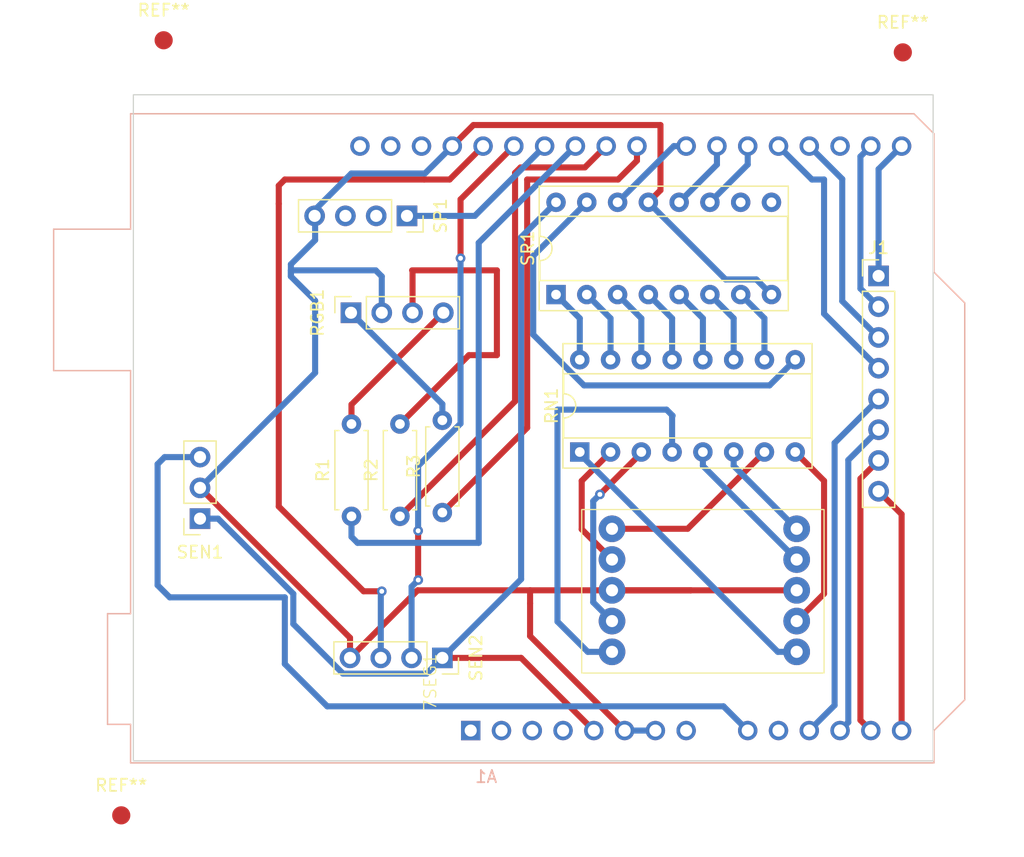
<source format=kicad_pcb>
(kicad_pcb (version 20240108) (generator "pcbnew") (generator_version "8.0")
  (layers (0 "F.Cu" signal) (31 "B.Cu" signal) (34 "B.Paste" user) (35 "F.Paste" user) (36 "B.SilkS" user "B.Silkscreen") (37 "F.SilkS" user "F.Silkscreen") (38 "B.Mask" user) (39 "F.Mask" user) (44 "Edge.Cuts" user))
  (net 0 "")
  (net 1 "/F")
  (net 2 "/A")
  (net 3 "/E")
  (net 4 "/DP")
  (net 5 "/B")
  (net 6 "GND")
  (net 7 "/C")
  (net 8 "/G")
  (net 9 "/D")
  (net 10 "/A5")
  (net 11 "/D6")
  (net 12 "/A0")
  (net 13 "/PWM10")
  (net 15 "/A4")
  (net 16 "/D13")
  (net 17 "/PWM9")
  (net 18 "/D5")
  (net 19 "/A1")
  (net 23 "/PWM11")
  (net 25 "/A3")
  (net 27 "/D12")
  (net 28 "/D4")
  (net 29 "/D3")
  (net 30 "/D0")
  (net 31 "/PWM8")
  (net 32 "/D1")
  (net 34 "/A2")
  (net 35 "/D2")
  (net 37 "/5v")
  (net 38 "/D7")
  (net 39 "Net-(RGB1-Pin_4)")
  (net 40 "Net-(RGB1-Pin_3)")
  (net 41 "Net-(RGB1-Pin_1)")
  (net 42 "Net-(RN1-R4.2)")
  (net 43 "Net-(RN1-R3.2)")
  (net 44 "Net-(RN1-R1.2)")
  (net 45 "/10")
  (net 46 "/12")
  (net 47 "Net-(RN1-R2.2)")
  (net 48 "/11")
  (net 49 "Net-(RN1-R8.2)")
  (net 50 "unconnected-(SP1-Pin_2-Pad2)")
  (footprint "Connector_PinSocket_2.54mm:PinSocket_1x04_P2.54mm_Vertical" (layer "F.Cu") (at 128.08 58.5 -90)
    (property "Reference" "SP1" (at 0 -2.77 90) (layer "F.SilkS"))
    (property "Value" "Conn_01x04_Socket")
    (fp_line (start -1.33 8.95) (end 1.33 8.95) (stroke (width 0.12)) (layer "F.SilkS"))
    (fp_line (start -1.33 1.27) (end -1.33 8.95) (stroke (width 0.12)) (layer "F.SilkS"))
    (fp_line (start -1.33 1.27) (end 1.33 1.27) (stroke (width 0.12)) (layer "F.SilkS"))
    (fp_line (start 1.33 1.27) (end 1.33 8.95) (stroke (width 0.12)) (layer "F.SilkS"))
    (fp_line (start 0 -1.33) (end 1.33 -1.33) (stroke (width 0.12)) (layer "F.SilkS"))
    (fp_line (start 1.33 -1.33) (end 1.33 0) (stroke (width 0.12)) (layer "F.SilkS"))
    (pad "1" thru_hole rect (at 0 0 270) (size 1.7 1.7) (drill 1) (layers "*.Cu" "*.Mask") (net 23 "/PWM11"))
    (pad "2" thru_hole oval (at 0 2.54 270) (size 1.7 1.7) (drill 1) (layers "*.Cu" "*.Mask") (net 50 "unconnected-(SP1-Pin_2-Pad2)"))
    (pad "3" thru_hole oval (at 0 5.08 270) (size 1.7 1.7) (drill 1) (layers "*.Cu" "*.Mask"))
    (pad "4" thru_hole oval (at 0 7.62 270) (size 1.7 1.7) (drill 1) (layers "*.Cu" "*.Mask") (net 6 "GND"))
  )
  (footprint "Resistor_THT:R_Axial_DIN0207_L6.3mm_D2.5mm_P7.62mm_Horizontal" (layer "F.Cu") (at 123.5 83.31 90)
    (property "Reference" "R1" (at 3.81 -2.37 -90) (layer "F.SilkS"))
    (property "Value" "R")
    (fp_line (start 7.08 -1.37) (end 7.08 -1.04) (stroke (width 0.12)) (layer "F.SilkS"))
    (fp_line (start 0.54 -1.37) (end 7.08 -1.37) (stroke (width 0.12)) (layer "F.SilkS"))
    (fp_line (start 0.54 -1.04) (end 0.54 -1.37) (stroke (width 0.12)) (layer "F.SilkS"))
    (fp_line (start 0.54 1.04) (end 0.54 1.37) (stroke (width 0.12)) (layer "F.SilkS"))
    (fp_line (start 7.08 1.37) (end 7.08 1.04) (stroke (width 0.12)) (layer "F.SilkS"))
    (fp_line (start 0.54 1.37) (end 7.08 1.37) (stroke (width 0.12)) (layer "F.SilkS"))
    (pad "1" thru_hole circle (at 0 0 90) (size 1.6 1.6) (drill 0.8) (layers "*.Cu" "*.Mask") (net 13 "/PWM10"))
    (pad "2" thru_hole oval (at 7.62 0 90) (size 1.6 1.6) (drill 0.8) (layers "*.Cu" "*.Mask") (net 39 "Net-(RGB1-Pin_4)"))
  )
  (footprint "Resistor_THT:R_Axial_DIN0207_L6.3mm_D2.5mm_P7.62mm_Horizontal" (layer "F.Cu") (at 127.5 83.31 90)
    (property "Reference" "R2" (at 3.81 -2.37 -90) (layer "F.SilkS"))
    (property "Value" "R")
    (fp_line (start 7.08 -1.37) (end 7.08 -1.04) (stroke (width 0.12)) (layer "F.SilkS"))
    (fp_line (start 0.54 -1.37) (end 7.08 -1.37) (stroke (width 0.12)) (layer "F.SilkS"))
    (fp_line (start 0.54 -1.04) (end 0.54 -1.37) (stroke (width 0.12)) (layer "F.SilkS"))
    (fp_line (start 0.54 1.04) (end 0.54 1.37) (stroke (width 0.12)) (layer "F.SilkS"))
    (fp_line (start 7.08 1.37) (end 7.08 1.04) (stroke (width 0.12)) (layer "F.SilkS"))
    (fp_line (start 0.54 1.37) (end 7.08 1.37) (stroke (width 0.12)) (layer "F.SilkS"))
    (pad "1" thru_hole circle (at 0 0 90) (size 1.6 1.6) (drill 0.8) (layers "*.Cu" "*.Mask") (net 17 "/PWM9"))
    (pad "2" thru_hole oval (at 7.62 0 90) (size 1.6 1.6) (drill 0.8) (layers "*.Cu" "*.Mask") (net 40 "Net-(RGB1-Pin_3)"))
  )
  (footprint "Fiducial:Fiducial_1.5mm_Mask3mm" (layer "F.Cu") (at 104.5 108)
    (property "Reference" "REF**" (at 0 -2.4765 0) (layer "F.SilkS"))
    (property "Value" "Fiducial_1.5mm_Mask3mm")
    (pad "" smd circle (at 0 0) (size 1.5 1.5) (layers "F.Cu" "F.Mask") (clearance 0.75))
  )
  (footprint "Connector_PinHeader_2.54mm:PinHeader_1x08_P2.54mm_Vertical" (layer "F.Cu") (at 167 63.46)
    (property "Reference" "J1" (at 0 -2.33 0) (layer "F.SilkS"))
    (property "Value" "Conn_01x08_Pin")
    (fp_line (start -1.33 -1.33) (end 0 -1.33) (stroke (width 0.12)) (layer "F.SilkS"))
    (fp_line (start -1.33 0) (end -1.33 -1.33) (stroke (width 0.12)) (layer "F.SilkS"))
    (fp_line (start -1.33 1.27) (end -1.33 19.11) (stroke (width 0.12)) (layer "F.SilkS"))
    (fp_line (start -1.33 1.27) (end 1.33 1.27) (stroke (width 0.12)) (layer "F.SilkS"))
    (fp_line (start -1.33 19.11) (end 1.33 19.11) (stroke (width 0.12)) (layer "F.SilkS"))
    (fp_line (start 1.33 1.27) (end 1.33 19.11) (stroke (width 0.12)) (layer "F.SilkS"))
    (pad "1" thru_hole rect (at 0 0) (size 1.7 1.7) (drill 1) (layers "*.Cu" "*.Mask") (net 30 "/D0"))
    (pad "2" thru_hole oval (at 0 2.54) (size 1.7 1.7) (drill 1) (layers "*.Cu" "*.Mask") (net 32 "/D1"))
    (pad "3" thru_hole oval (at 0 5.08) (size 1.7 1.7) (drill 1) (layers "*.Cu" "*.Mask") (net 29 "/D3"))
    (pad "4" thru_hole oval (at 0 7.62) (size 1.7 1.7) (drill 1) (layers "*.Cu" "*.Mask") (net 28 "/D4"))
    (pad "5" thru_hole oval (at 0 10.16) (size 1.7 1.7) (drill 1) (layers "*.Cu" "*.Mask") (net 34 "/A2"))
    (pad "6" thru_hole oval (at 0 12.7) (size 1.7 1.7) (drill 1) (layers "*.Cu" "*.Mask") (net 25 "/A3"))
    (pad "7" thru_hole oval (at 0 15.24) (size 1.7 1.7) (drill 1) (layers "*.Cu" "*.Mask") (net 15 "/A4"))
    (pad "8" thru_hole oval (at 0 17.78) (size 1.7 1.7) (drill 1) (layers "*.Cu" "*.Mask") (net 10 "/A5"))
  )
  (footprint "Fiducial:Fiducial_1.5mm_Mask3mm" (layer "F.Cu") (at 169 45)
    (property "Reference" "REF**" (at 0 -2.4765 0) (layer "F.SilkS"))
    (property "Value" "Fiducial_1.5mm_Mask3mm")
    (pad "" smd circle (at 0 0) (size 1.5 1.5) (layers "F.Cu" "F.Mask") (clearance 0.75))
  )
  (footprint "Fiducial:Fiducial_1.5mm_Mask3mm" (layer "F.Cu") (at 108 44)
    (property "Reference" "REF**" (at 0 -2.4765 0) (layer "F.SilkS"))
    (property "Value" "Fiducial_1.5mm_Mask3mm")
    (pad "" smd circle (at 0 0) (size 1.5 1.5) (layers "F.Cu" "F.Mask") (clearance 0.75))
  )
  (footprint "Resistor_THT:R_Axial_DIN0207_L6.3mm_D2.5mm_P7.62mm_Horizontal" (layer "F.Cu") (at 131 83 90)
    (property "Reference" "R3" (at 3.81 -2.37 -90) (layer "F.SilkS"))
    (property "Value" "R")
    (fp_line (start 7.08 -1.37) (end 7.08 -1.04) (stroke (width 0.12)) (layer "F.SilkS"))
    (fp_line (start 0.54 -1.37) (end 7.08 -1.37) (stroke (width 0.12)) (layer "F.SilkS"))
    (fp_line (start 0.54 -1.04) (end 0.54 -1.37) (stroke (width 0.12)) (layer "F.SilkS"))
    (fp_line (start 0.54 1.04) (end 0.54 1.37) (stroke (width 0.12)) (layer "F.SilkS"))
    (fp_line (start 7.08 1.37) (end 7.08 1.04) (stroke (width 0.12)) (layer "F.SilkS"))
    (fp_line (start 0.54 1.37) (end 7.08 1.37) (stroke (width 0.12)) (layer "F.SilkS"))
    (pad "1" thru_hole circle (at 0 0 90) (size 1.6 1.6) (drill 0.8) (layers "*.Cu" "*.Mask") (net 31 "/PWM8"))
    (pad "2" thru_hole oval (at 7.62 0 90) (size 1.6 1.6) (drill 0.8) (layers "*.Cu" "*.Mask") (net 41 "Net-(RGB1-Pin_1)"))
  )
  (footprint "Connector_PinSocket_2.54mm:PinSocket_1x04_P2.54mm_Vertical" (layer "F.Cu") (at 131 95 -90)
    (property "Reference" "SEN2" (at 0 -2.77 90) (layer "F.SilkS"))
    (property "Value" "Conn_01x04_Socket")
    (fp_line (start -1.33 8.95) (end 1.33 8.95) (stroke (width 0.12)) (layer "F.SilkS"))
    (fp_line (start -1.33 1.27) (end -1.33 8.95) (stroke (width 0.12)) (layer "F.SilkS"))
    (fp_line (start -1.33 1.27) (end 1.33 1.27) (stroke (width 0.12)) (layer "F.SilkS"))
    (fp_line (start 1.33 1.27) (end 1.33 8.95) (stroke (width 0.12)) (layer "F.SilkS"))
    (fp_line (start 0 -1.33) (end 1.33 -1.33) (stroke (width 0.12)) (layer "F.SilkS"))
    (fp_line (start 1.33 -1.33) (end 1.33 0) (stroke (width 0.12)) (layer "F.SilkS"))
    (pad "1" thru_hole rect (at 0 0 270) (size 1.7 1.7) (drill 1) (layers "*.Cu" "*.Mask") (net 37 "/5v"))
    (pad "2" thru_hole oval (at 0 2.54 270) (size 1.7 1.7) (drill 1) (layers "*.Cu" "*.Mask") (net 27 "/D12"))
    (pad "3" thru_hole oval (at 0 5.08 270) (size 1.7 1.7) (drill 1) (layers "*.Cu" "*.Mask") (net 16 "/D13"))
    (pad "4" thru_hole oval (at 0 7.62 270) (size 1.7 1.7) (drill 1) (layers "*.Cu" "*.Mask") (net 6 "GND"))
  )
  (footprint "Connector_PinSocket_2.54mm:PinSocket_1x04_P2.54mm_Vertical" (layer "F.Cu") (at 123.46 66.5 90)
    (property "Reference" "RGB1" (at 0 -2.77 -90) (layer "F.SilkS"))
    (property "Value" "Conn_01x04_Socket")
    (fp_line (start 1.33 -1.33) (end 1.33 0) (stroke (width 0.12)) (layer "F.SilkS"))
    (fp_line (start 0 -1.33) (end 1.33 -1.33) (stroke (width 0.12)) (layer "F.SilkS"))
    (fp_line (start 1.33 1.27) (end 1.33 8.95) (stroke (width 0.12)) (layer "F.SilkS"))
    (fp_line (start -1.33 1.27) (end 1.33 1.27) (stroke (width 0.12)) (layer "F.SilkS"))
    (fp_line (start -1.33 1.27) (end -1.33 8.95) (stroke (width 0.12)) (layer "F.SilkS"))
    (fp_line (start -1.33 8.95) (end 1.33 8.95) (stroke (width 0.12)) (layer "F.SilkS"))
    (pad "1" thru_hole rect (at 0 0 90) (size 1.7 1.7) (drill 1) (layers "*.Cu" "*.Mask") (net 41 "Net-(RGB1-Pin_1)"))
    (pad "2" thru_hole oval (at 0 2.54 90) (size 1.7 1.7) (drill 1) (layers "*.Cu" "*.Mask") (net 6 "GND"))
    (pad "3" thru_hole oval (at 0 5.08 90) (size 1.7 1.7) (drill 1) (layers "*.Cu" "*.Mask") (net 40 "Net-(RGB1-Pin_3)"))
    (pad "4" thru_hole oval (at 0 7.62 90) (size 1.7 1.7) (drill 1) (layers "*.Cu" "*.Mask") (net 39 "Net-(RGB1-Pin_4)"))
  )
  (footprint "Connector_PinSocket_2.54mm:PinSocket_1x03_P2.54mm_Vertical" (layer "F.Cu") (at 111 83.5 180)
    (property "Reference" "SEN1" (at 0 -2.77 180) (layer "F.SilkS"))
    (property "Value" "Conn_01x03_Socket")
    (fp_line (start 1.33 1.27) (end 1.33 6.41) (stroke (width 0.12)) (layer "F.SilkS"))
    (fp_line (start 1.33 -1.33) (end 1.33 0) (stroke (width 0.12)) (layer "F.SilkS"))
    (fp_line (start 0 -1.33) (end 1.33 -1.33) (stroke (width 0.12)) (layer "F.SilkS"))
    (fp_line (start -1.33 6.41) (end 1.33 6.41) (stroke (width 0.12)) (layer "F.SilkS"))
    (fp_line (start -1.33 1.27) (end 1.33 1.27) (stroke (width 0.12)) (layer "F.SilkS"))
    (fp_line (start -1.33 1.27) (end -1.33 6.41) (stroke (width 0.12)) (layer "F.SilkS"))
    (pad "1" thru_hole rect (at 0 0 180) (size 1.7 1.7) (drill 1) (layers "*.Cu" "*.Mask") (net 37 "/5v"))
    (pad "2" thru_hole oval (at 0 2.54 180) (size 1.7 1.7) (drill 1) (layers "*.Cu" "*.Mask") (net 6 "GND"))
    (pad "3" thru_hole oval (at 0 5.08 180) (size 1.7 1.7) (drill 1) (layers "*.Cu" "*.Mask") (net 12 "/A0"))
  )
  (footprint "footprints:LS-5161AS" (layer "F.Cu") (at 145 94.5 90)
    (property "Reference" "7SEG1" (at -2.5 -15 90) (layer "F.SilkS") (effects (font (thickness 0.1))))
    (property "Value" "D168K")
    (fp_rect (start -1.75 -2.5) (end 11.75 17.5) (stroke (width 0.1)) (fill none) (layer "F.SilkS"))
    (pad "1" thru_hole circle (at 0 0 90) (size 2.2 2.2) (drill 1) (layers "*.Cu" "*.Mask") (net 3 "/E"))
    (pad "2" thru_hole circle (at 2.54 0 90) (size 2.2 2.2) (drill 1) (layers "*.Cu" "*.Mask") (net 9 "/D"))
    (pad "3" thru_hole circle (at 5.08 0 90) (size 2.2 2.2) (drill 1) (layers "*.Cu" "*.Mask") (net 6 "GND"))
    (pad "4" thru_hole circle (at 7.62 0 90) (size 2.2 2.2) (drill 1) (layers "*.Cu" "*.Mask") (net 7 "/C"))
    (pad "5" thru_hole circle (at 10.16 0 90) (size 2.2 2.2) (drill 1) (layers "*.Cu" "*.Mask") (net 4 "/DP"))
    (pad "6" thru_hole circle (at 0 15.24 90) (size 2.2 2.2) (drill 1) (layers "*.Cu" "*.Mask") (net 5 "/B"))
    (pad "7" thru_hole circle (at 2.54 15.24 90) (size 2.2 2.2) (drill 1) (layers "*.Cu" "*.Mask") (net 2 "/A"))
    (pad "8" thru_hole circle (at 5.08 15.24 90) (size 2.2 2.2) (drill 1) (layers "*.Cu" "*.Mask") (net 6 "GND"))
    (pad "9" thru_hole circle (at 7.62 15.24 90) (size 2.2 2.2) (drill 1) (layers "*.Cu" "*.Mask") (net 1 "/F"))
    (pad "10" thru_hole circle (at 10.16 15.24 90) (size 2.2 2.2) (drill 1) (layers "*.Cu" "*.Mask") (net 8 "/G"))
  )
  (footprint "Package_DIP:DIP-16_W7.62mm_Socket" (layer "F.Cu") (at 142.34 78 90)
    (property "Reference" "RN1" (at 3.81 -2.33 -90) (layer "F.SilkS"))
    (property "Value" "R_Pack08")
    (fp_line (start 8.95 -1.39) (end -1.33 -1.39) (stroke (width 0.12)) (layer "F.SilkS"))
    (fp_line (start -1.33 -1.39) (end -1.33 19.17) (stroke (width 0.12)) (layer "F.SilkS"))
    (fp_line (start 6.46 -1.33) (end 4.81 -1.33) (stroke (width 0.12)) (layer "F.SilkS"))
    (fp_line (start 2.81 -1.33) (end 1.16 -1.33) (stroke (width 0.12)) (layer "F.SilkS"))
    (fp_line (start 1.16 -1.33) (end 1.16 19.11) (stroke (width 0.12)) (layer "F.SilkS"))
    (fp_line (start 6.46 19.11) (end 6.46 -1.33) (stroke (width 0.12)) (layer "F.SilkS"))
    (fp_line (start 1.16 19.11) (end 6.46 19.11) (stroke (width 0.12)) (layer "F.SilkS"))
    (fp_line (start 8.95 19.17) (end 8.95 -1.39) (stroke (width 0.12)) (layer "F.SilkS"))
    (fp_line (start -1.33 19.17) (end 8.95 19.17) (stroke (width 0.12)) (layer "F.SilkS"))
    (fp_arc (start 4.81 -1.33) (mid 3.81 -0.33) (end 2.81 -1.33) (stroke (width 0.12)) (layer "F.SilkS"))
    (pad "1" thru_hole rect (at 0 0 90) (size 1.6 1.6) (drill 0.8) (layers "*.Cu" "*.Mask") (net 5 "/B"))
    (pad "2" thru_hole oval (at 0 2.54 90) (size 1.6 1.6) (drill 0.8) (layers "*.Cu" "*.Mask") (net 7 "/C"))
    (pad "3" thru_hole oval (at 0 5.08 90) (size 1.6 1.6) (drill 0.8) (layers "*.Cu" "*.Mask") (net 9 "/D"))
    (pad "4" thru_hole oval (at 0 7.62 90) (size 1.6 1.6) (drill 0.8) (layers "*.Cu" "*.Mask") (net 3 "/E"))
    (pad "5" thru_hole oval (at 0 10.16 90) (size 1.6 1.6) (drill 0.8) (layers "*.Cu" "*.Mask") (net 1 "/F"))
    (pad "6" thru_hole oval (at 0 12.7 90) (size 1.6 1.6) (drill 0.8) (layers "*.Cu" "*.Mask") (net 8 "/G"))
    (pad "7" thru_hole oval (at 0 15.24 90) (size 1.6 1.6) (drill 0.8) (layers "*.Cu" "*.Mask") (net 4 "/DP"))
    (pad "8" thru_hole oval (at 0 17.78 90) (size 1.6 1.6) (drill 0.8) (layers "*.Cu" "*.Mask") (net 2 "/A"))
    (pad "9" thru_hole oval (at 7.62 17.78 90) (size 1.6 1.6) (drill 0.8) (layers "*.Cu" "*.Mask") (net 49 "Net-(RN1-R8.2)"))
    (pad "10" thru_hole oval (at 7.62 15.24 90) (size 1.6 1.6) (drill 0.8) (layers "*.Cu" "*.Mask") (net 45 "/10"))
    (pad "11" thru_hole oval (at 7.62 12.7 90) (size 1.6 1.6) (drill 0.8) (layers "*.Cu" "*.Mask") (net 48 "/11"))
    (pad "12" thru_hole oval (at 7.62 10.16 90) (size 1.6 1.6) (drill 0.8) (layers "*.Cu" "*.Mask") (net 46 "/12"))
    (pad "13" thru_hole oval (at 7.62 7.62 90) (size 1.6 1.6) (drill 0.8) (layers "*.Cu" "*.Mask") (net 42 "Net-(RN1-R4.2)"))
    (pad "14" thru_hole oval (at 7.62 5.08 90) (size 1.6 1.6) (drill 0.8) (layers "*.Cu" "*.Mask") (net 43 "Net-(RN1-R3.2)"))
    (pad "15" thru_hole oval (at 7.62 2.54 90) (size 1.6 1.6) (drill 0.8) (layers "*.Cu" "*.Mask") (net 47 "Net-(RN1-R2.2)"))
    (pad "16" thru_hole oval (at 7.62 0 90) (size 1.6 1.6) (drill 0.8) (layers "*.Cu" "*.Mask") (net 44 "Net-(RN1-R1.2)"))
  )
  (footprint "Package_DIP:DIP-16_W7.62mm_Socket" (layer "F.Cu") (at 140.38 65 90)
    (property "Reference" "SR1" (at 3.81 -2.33 -90) (layer "F.SilkS"))
    (property "Value" "74HC595")
    (fp_line (start 8.95 -1.39) (end -1.33 -1.39) (stroke (width 0.12)) (layer "F.SilkS"))
    (fp_line (start -1.33 -1.39) (end -1.33 19.17) (stroke (width 0.12)) (layer "F.SilkS"))
    (fp_line (start 6.46 -1.33) (end 4.81 -1.33) (stroke (width 0.12)) (layer "F.SilkS"))
    (fp_line (start 2.81 -1.33) (end 1.16 -1.33) (stroke (width 0.12)) (layer "F.SilkS"))
    (fp_line (start 1.16 -1.33) (end 1.16 19.11) (stroke (width 0.12)) (layer "F.SilkS"))
    (fp_line (start 6.46 19.11) (end 6.46 -1.33) (stroke (width 0.12)) (layer "F.SilkS"))
    (fp_line (start 1.16 19.11) (end 6.46 19.11) (stroke (width 0.12)) (layer "F.SilkS"))
    (fp_line (start 8.95 19.17) (end 8.95 -1.39) (stroke (width 0.12)) (layer "F.SilkS"))
    (fp_line (start -1.33 19.17) (end 8.95 19.17) (stroke (width 0.12)) (layer "F.SilkS"))
    (fp_arc (start 4.81 -1.33) (mid 3.81 -0.33) (end 2.81 -1.33) (stroke (width 0.12)) (layer "F.SilkS"))
    (pad "1" thru_hole rect (at 0 0 90) (size 1.6 1.6) (drill 0.8) (layers "*.Cu" "*.Mask") (net 44 "Net-(RN1-R1.2)"))
    (pad "2" thru_hole oval (at 0 2.54 90) (size 1.6 1.6) (drill 0.8) (layers "*.Cu" "*.Mask") (net 47 "Net-(RN1-R2.2)"))
    (pad "3" thru_hole oval (at 0 5.08 90) (size 1.6 1.6) (drill 0.8) (layers "*.Cu" "*.Mask") (net 43 "Net-(RN1-R3.2)"))
    (pad "4" thru_hole oval (at 0 7.62 90) (size 1.6 1.6) (drill 0.8) (layers "*.Cu" "*.Mask") (net 42 "Net-(RN1-R4.2)"))
    (pad "5" thru_hole oval (at 0 10.16 90) (size 1.6 1.6) (drill 0.8) (layers "*.Cu" "*.Mask") (net 46 "/12"))
    (pad "6" thru_hole oval (at 0 12.7 90) (size 1.6 1.6) (drill 0.8) (layers "*.Cu" "*.Mask") (net 48 "/11"))
    (pad "7" thru_hole oval (at 0 15.24 90) (size 1.6 1.6) (drill 0.8) (layers "*.Cu" "*.Mask") (net 45 "/10"))
    (pad "8" thru_hole oval (at 0 17.78 90) (size 1.6 1.6) (drill 0.8) (layers "*.Cu" "*.Mask") (net 6 "GND"))
    (pad "9" thru_hole oval (at 7.62 17.78 90) (size 1.6 1.6) (drill 0.8) (layers "*.Cu" "*.Mask"))
    (pad "10" thru_hole oval (at 7.62 15.24 90) (size 1.6 1.6) (drill 0.8) (layers "*.Cu" "*.Mask"))
    (pad "11" thru_hole oval (at 7.62 12.7 90) (size 1.6 1.6) (drill 0.8) (layers "*.Cu" "*.Mask") (net 18 "/D5"))
    (pad "12" thru_hole oval (at 7.62 10.16 90) (size 1.6 1.6) (drill 0.8) (layers "*.Cu" "*.Mask") (net 11 "/D6"))
    (pad "13" thru_hole oval (at 7.62 7.62 90) (size 1.6 1.6) (drill 0.8) (layers "*.Cu" "*.Mask") (net 6 "GND"))
    (pad "14" thru_hole oval (at 7.62 5.08 90) (size 1.6 1.6) (drill 0.8) (layers "*.Cu" "*.Mask") (net 38 "/D7"))
    (pad "15" thru_hole oval (at 7.62 2.54 90) (size 1.6 1.6) (drill 0.8) (layers "*.Cu" "*.Mask") (net 49 "Net-(RN1-R8.2)"))
    (pad "16" thru_hole oval (at 7.62 0 90) (size 1.6 1.6) (drill 0.8) (layers "*.Cu" "*.Mask") (net 37 "/5v"))
  )
  (footprint "Module:Arduino_UNO_R3" (layer "B.Cu") (at 133.34 101)
    (property "Reference" "A1" (at 1.27 3.81 0) (layer "B.SilkS") (effects (justify mirror)))
    (property "Value" "Arduino_UNO_R3")
    (fp_line (start -34.42 -41.4) (end -34.42 -29.72) (stroke (width 0.12)) (layer "B.SilkS"))
    (fp_line (start -34.42 -29.72) (end -28.07 -29.72) (stroke (width 0.12)) (layer "B.SilkS"))
    (fp_line (start -29.97 -9.65) (end -29.97 -0.51) (stroke (width 0.12)) (layer "B.SilkS"))
    (fp_line (start -29.97 -0.51) (end -28.07 -0.51) (stroke (width 0.12)) (layer "B.SilkS"))
    (fp_line (start -28.07 -50.93) (end -28.07 -41.4) (stroke (width 0.12)) (layer "B.SilkS"))
    (fp_line (start -28.07 -41.4) (end -34.42 -41.4) (stroke (width 0.12)) (layer "B.SilkS"))
    (fp_line (start -28.07 -29.72) (end -28.07 -9.65) (stroke (width 0.12)) (layer "B.SilkS"))
    (fp_line (start -28.07 -9.65) (end -29.97 -9.65) (stroke (width 0.12)) (layer "B.SilkS"))
    (fp_line (start -28.07 -0.51) (end -28.07 2.67) (stroke (width 0.12)) (layer "B.SilkS"))
    (fp_line (start -28.07 2.67) (end 38.23 2.67) (stroke (width 0.12)) (layer "B.SilkS"))
    (fp_line (start 36.58 -50.93) (end -28.07 -50.93) (stroke (width 0.12)) (layer "B.SilkS"))
    (fp_line (start 38.23 -49.28) (end 36.58 -50.93) (stroke (width 0.12)) (layer "B.SilkS"))
    (fp_line (start 38.23 -37.85) (end 38.23 -49.28) (stroke (width 0.12)) (layer "B.SilkS"))
    (fp_line (start 38.23 0) (end 40.77 -2.54) (stroke (width 0.12)) (layer "B.SilkS"))
    (fp_line (start 38.23 2.67) (end 38.23 0) (stroke (width 0.12)) (layer "B.SilkS"))
    (fp_line (start 40.77 -35.31) (end 38.23 -37.85) (stroke (width 0.12)) (layer "B.SilkS"))
    (fp_line (start 40.77 -2.54) (end 40.77 -35.31) (stroke (width 0.12)) (layer "B.SilkS"))
    (pad "1" thru_hole rect (at 0 0 270) (size 1.6 1.6) (drill 1) (layers "*.Cu" "*.Mask"))
    (pad "2" thru_hole oval (at 2.54 0 270) (size 1.6 1.6) (drill 1) (layers "*.Cu" "*.Mask"))
    (pad "3" thru_hole oval (at 5.08 0 270) (size 1.6 1.6) (drill 1) (layers "*.Cu" "*.Mask"))
    (pad "4" thru_hole oval (at 7.62 0 270) (size 1.6 1.6) (drill 1) (layers "*.Cu" "*.Mask"))
    (pad "5" thru_hole oval (at 10.16 0 270) (size 1.6 1.6) (drill 1) (layers "*.Cu" "*.Mask") (net 37 "/5v"))
    (pad "6" thru_hole oval (at 12.7 0 270) (size 1.6 1.6) (drill 1) (layers "*.Cu" "*.Mask") (net 6 "GND"))
    (pad "7" thru_hole oval (at 15.24 0 270) (size 1.6 1.6) (drill 1) (layers "*.Cu" "*.Mask") (net 6 "GND"))
    (pad "8" thru_hole oval (at 17.78 0 270) (size 1.6 1.6) (drill 1) (layers "*.Cu" "*.Mask"))
    (pad "9" thru_hole oval (at 22.86 0 270) (size 1.6 1.6) (drill 1) (layers "*.Cu" "*.Mask") (net 12 "/A0"))
    (pad "10" thru_hole oval (at 25.4 0 270) (size 1.6 1.6) (drill 1) (layers "*.Cu" "*.Mask") (net 19 "/A1"))
    (pad "11" thru_hole oval (at 27.94 0 270) (size 1.6 1.6) (drill 1) (layers "*.Cu" "*.Mask") (net 34 "/A2"))
    (pad "12" thru_hole oval (at 30.48 0 270) (size 1.6 1.6) (drill 1) (layers "*.Cu" "*.Mask") (net 25 "/A3"))
    (pad "13" thru_hole oval (at 33.02 0 270) (size 1.6 1.6) (drill 1) (layers "*.Cu" "*.Mask") (net 15 "/A4"))
    (pad "14" thru_hole oval (at 35.56 0 270) (size 1.6 1.6) (drill 1) (layers "*.Cu" "*.Mask") (net 10 "/A5"))
    (pad "15" thru_hole oval (at 35.56 -48.26 270) (size 1.6 1.6) (drill 1) (layers "*.Cu" "*.Mask") (net 30 "/D0"))
    (pad "16" thru_hole oval (at 33.02 -48.26 270) (size 1.6 1.6) (drill 1) (layers "*.Cu" "*.Mask") (net 32 "/D1"))
    (pad "17" thru_hole oval (at 30.48 -48.26 270) (size 1.6 1.6) (drill 1) (layers "*.Cu" "*.Mask") (net 35 "/D2"))
    (pad "18" thru_hole oval (at 27.94 -48.26 270) (size 1.6 1.6) (drill 1) (layers "*.Cu" "*.Mask") (net 29 "/D3"))
    (pad "19" thru_hole oval (at 25.4 -48.26 270) (size 1.6 1.6) (drill 1) (layers "*.Cu" "*.Mask") (net 28 "/D4"))
    (pad "20" thru_hole oval (at 22.86 -48.26 270) (size 1.6 1.6) (drill 1) (layers "*.Cu" "*.Mask") (net 18 "/D5"))
    (pad "21" thru_hole oval (at 20.32 -48.26 270) (size 1.6 1.6) (drill 1) (layers "*.Cu" "*.Mask") (net 11 "/D6"))
    (pad "22" thru_hole oval (at 17.78 -48.26 270) (size 1.6 1.6) (drill 1) (layers "*.Cu" "*.Mask") (net 38 "/D7"))
    (pad "23" thru_hole oval (at 13.72 -48.26 270) (size 1.6 1.6) (drill 1) (layers "*.Cu" "*.Mask") (net 31 "/PWM8"))
    (pad "24" thru_hole oval (at 11.18 -48.26 270) (size 1.6 1.6) (drill 1) (layers "*.Cu" "*.Mask") (net 17 "/PWM9"))
    (pad "25" thru_hole oval (at 8.64 -48.26 270) (size 1.6 1.6) (drill 1) (layers "*.Cu" "*.Mask") (net 13 "/PWM10"))
    (pad "26" thru_hole oval (at 6.1 -48.26 270) (size 1.6 1.6) (drill 1) (layers "*.Cu" "*.Mask") (net 23 "/PWM11"))
    (pad "27" thru_hole oval (at 3.56 -48.26 270) (size 1.6 1.6) (drill 1) (layers "*.Cu" "*.Mask") (net 27 "/D12"))
    (pad "28" thru_hole oval (at 1.02 -48.26 270) (size 1.6 1.6) (drill 1) (layers "*.Cu" "*.Mask") (net 16 "/D13"))
    (pad "29" thru_hole oval (at -1.52 -48.26 270) (size 1.6 1.6) (drill 1) (layers "*.Cu" "*.Mask") (net 6 "GND"))
    (pad "30" thru_hole oval (at -4.06 -48.26 270) (size 1.6 1.6) (drill 1) (layers "*.Cu" "*.Mask"))
    (pad "31" thru_hole oval (at -6.6 -48.26 270) (size 1.6 1.6) (drill 1) (layers "*.Cu" "*.Mask"))
    (pad "32" thru_hole oval (at -9.14 -48.26 270) (size 1.6 1.6) (drill 1) (layers "*.Cu" "*.Mask"))
  )
  (gr_rect (start 105.5 48.5) (end 171.5 103.5) (stroke (width 0.1)) (fill none) (layer "Edge.Cuts"))
  (segment (start 152.5 79.14) (end 152.5 78) (width 0.5) (layer "B.Cu") (net 1))
  (segment (start 160.24 86.88) (end 152.5 79.14) (width 0.5) (layer "B.Cu") (net 1))
  (segment (start 162.5 80.38) (end 162.5 89.7) (width 0.5) (layer "F.Cu") (net 2))
  (segment (start 160.12 78) (end 162.5 80.38) (width 0.5) (layer "F.Cu") (net 2))
  (segment (start 162.5 89.7) (end 160.24 91.96) (width 0.5) (layer "F.Cu") (net 2))
  (segment (start 140.5 74.5) (end 149.5 74.5) (width 0.5) (layer "B.Cu") (net 3))
  (segment (start 149.96 75.04) (end 149.96 78) (width 0.5) (layer "B.Cu") (net 3))
  (segment (start 149.5 74.5) (end 150 75) (width 0.5) (layer "B.Cu") (net 3))
  (segment (start 145 94.5) (end 143 94.5) (width 0.5) (layer "B.Cu") (net 3))
  (segment (start 143 94.5) (end 140.5 92) (width 0.5) (layer "B.Cu") (net 3))
  (segment (start 140.5 92) (end 140.5 74.5) (width 0.5) (layer "B.Cu") (net 3))
  (segment (start 150 75) (end 149.96 75.04) (width 0.5) (layer "B.Cu") (net 3))
  (segment (start 151.24 84.34) (end 145 84.34) (width 0.5) (layer "F.Cu") (net 4))
  (segment (start 157.58 78) (end 151.24 84.34) (width 0.5) (layer "F.Cu") (net 4))
  (segment (start 142.34 78.155634) (end 142.34 78) (width 0.5) (layer "B.Cu") (net 5))
  (segment (start 160.24 94.5) (end 158.684366 94.5) (width 0.5) (layer "B.Cu") (net 5))
  (segment (start 158.684366 94.5) (end 142.34 78.155634) (width 0.5) (layer "B.Cu") (net 5))
  (segment (start 131.82 52.74) (end 133.56 51) (width 0.5) (layer "F.Cu") (net 6))
  (segment (start 151.5 89.42) (end 138.24 89.42) (width 0.5) (layer "F.Cu") (net 6))
  (segment (start 138.24 89.42) (end 138.24 90.5) (width 0.5) (layer "F.Cu") (net 6))
  (segment (start 145 89.42) (end 151.5 89.42) (width 0.5) (layer "F.Cu") (net 6))
  (segment (start 138.24 90.5) (end 138.24 93.2) (width 0.5) (layer "F.Cu") (net 6))
  (segment (start 125.96 66.5) (end 126 66.5) (width 0.25) (layer "F.Cu") (net 6))
  (segment (start 123.38 93.34) (end 123.38 95) (width 0.5) (layer "F.Cu") (net 6))
  (segment (start 151.5 89.42) (end 160.24 89.42) (width 0.5) (layer "F.Cu") (net 6))
  (segment (start 128.96 89.42) (end 123.38 95) (width 0.5) (layer "F.Cu") (net 6))
  (segment (start 149 51) (end 149 56.38) (width 0.5) (layer "F.Cu") (net 6))
  (segment (start 149 56.38) (end 148 57.38) (width 0.5) (layer "F.Cu") (net 6))
  (segment (start 111 80.96) (end 123.38 93.34) (width 0.5) (layer "F.Cu") (net 6))
  (segment (start 133.56 51) (end 149 51) (width 0.5) (layer "F.Cu") (net 6))
  (segment (start 138.24 89.42) (end 128.96 89.42) (width 0.5) (layer "F.Cu") (net 6))
  (segment (start 138.24 93.2) (end 146.04 101) (width 0.5) (layer "F.Cu") (net 6))
  (segment (start 118.5 63.5) (end 118.5 63) (width 0.5) (layer "B.Cu") (net 6))
  (segment (start 126 63.5) (end 126 66.5) (width 0.5) (layer "B.Cu") (net 6))
  (segment (start 123.49 55) (end 120.5 57.99) (width 0.5) (layer "B.Cu") (net 6))
  (segment (start 120.5 57.99) (end 120.5 60.5) (width 0.5) (layer "B.Cu") (net 6))
  (segment (start 118.5 63) (end 125.5 63) (width 0.5) (layer "B.Cu") (net 6))
  (segment (start 120.5 71.46) (end 120.5 65.5) (width 0.5) (layer "B.Cu") (net 6))
  (segment (start 129.56 55) (end 123.49 55) (width 0.5) (layer "B.Cu") (net 6))
  (segment (start 158.16 65) (end 156.91 63.75) (width 0.5) (layer "B.Cu") (net 6))
  (segment (start 120.5 65.5) (end 118.5 63.5) (width 0.5) (layer "B.Cu") (net 6))
  (segment (start 118.5 62.5) (end 118.5 63.5) (width 0.5) (layer "B.Cu") (net 6))
  (segment (start 156.91 63.75) (end 154.37 63.75) (width 0.5) (layer "B.Cu") (net 6))
  (segment (start 120.5 60.5) (end 118.5 62.5) (width 0.5) (layer "B.Cu") (net 6))
  (segment (start 131.82 52.74) (end 129.56 55) (width 0.5) (layer "B.Cu") (net 6))
  (segment (start 148.58 101) (end 146.04 101) (width 0.5) (layer "B.Cu") (net 6))
  (segment (start 111 80.96) (end 120.5 71.46) (width 0.5) (layer "B.Cu") (net 6))
  (segment (start 125.5 63) (end 126 63.5) (width 0.5) (layer "B.Cu") (net 6))
  (segment (start 148.247767 57.38) (end 148 57.38) (width 0.5) (layer "B.Cu") (net 6))
  (segment (start 154.37 63.75) (end 148 57.38) (width 0.5) (layer "B.Cu") (net 6))
  (segment (start 142.5 80.38) (end 142.5 84.38) (width 0.5) (layer "F.Cu") (net 7))
  (segment (start 144.88 78) (end 142.5 80.38) (width 0.5) (layer "F.Cu") (net 7))
  (segment (start 142.5 84.38) (end 145 86.88) (width 0.5) (layer "F.Cu") (net 7))
  (segment (start 155.04 79.14) (end 155.04 78) (width 0.5) (layer "B.Cu") (net 8))
  (segment (start 160.24 84.34) (end 155.04 79.14) (width 0.5) (layer "B.Cu") (net 8))
  (segment (start 147.42 78.08) (end 144 81.5) (width 0.5) (layer "F.Cu") (net 9))
  (segment (start 147.42 78) (end 147.42 78.08) (width 0.5) (layer "F.Cu") (net 9))
  (via (at 144 81.5) (size 0.8) (drill 0.4) (layers "F.Cu" "B.Cu") (net 9))
  (segment (start 143.45 90.41) (end 145 91.96) (width 0.5) (layer "B.Cu") (net 9))
  (segment (start 143.45 82.05) (end 143.45 90.41) (width 0.5) (layer "B.Cu") (net 9))
  (segment (start 144 81.5) (end 143.45 82.05) (width 0.5) (layer "B.Cu") (net 9))
  (segment (start 167 81.24) (end 168.9 83.14) (width 0.5) (layer "F.Cu") (net 10))
  (segment (start 168.9 83.14) (end 168.9 101) (width 0.5) (layer "F.Cu") (net 10))
  (segment (start 153.66 54.26) (end 150.54 57.38) (width 0.5) (layer "B.Cu") (net 11))
  (segment (start 153.66 52.74) (end 153.66 54.26) (width 0.5) (layer "B.Cu") (net 11))
  (segment (start 107.5 89) (end 107.5 79) (width 0.5) (layer "B.Cu") (net 12))
  (segment (start 108.08 78.42) (end 111 78.42) (width 0.5) (layer "B.Cu") (net 12))
  (segment (start 108.5 90) (end 107.5 89) (width 0.5) (layer "B.Cu") (net 12))
  (segment (start 118 95.5) (end 118 90) (width 0.5) (layer "B.Cu") (net 12))
  (segment (start 107.5 79) (end 108.08 78.42) (width 0.5) (layer "B.Cu") (net 12))
  (segment (start 154.2 99) (end 121.5 99) (width 0.5) (layer "B.Cu") (net 12))
  (segment (start 118 90) (end 108.5 90) (width 0.5) (layer "B.Cu") (net 12))
  (segment (start 156.2 101) (end 154.2 99) (width 0.5) (layer "B.Cu") (net 12))
  (segment (start 121.5 99) (end 118 95.5) (width 0.5) (layer "B.Cu") (net 12))
  (segment (start 134 85.5) (end 124 85.5) (width 0.5) (layer "B.Cu") (net 13))
  (segment (start 123.5 85) (end 123.5 83.31) (width 0.5) (layer "B.Cu") (net 13))
  (segment (start 124 85.5) (end 123.5 85) (width 0.5) (layer "B.Cu") (net 13))
  (segment (start 141.98 52.74) (end 134 60.72) (width 0.5) (layer "B.Cu") (net 13))
  (segment (start 134 60.72) (end 134 85.5) (width 0.5) (layer "B.Cu") (net 13))
  (segment (start 165.5 100.14) (end 166.36 101) (width 0.5) (layer "F.Cu") (net 15))
  (segment (start 165.5 80.2) (end 165.5 100.14) (width 0.5) (layer "F.Cu") (net 15))
  (segment (start 167 78.7) (end 165.5 80.2) (width 0.5) (layer "F.Cu") (net 15))
  (segment (start 117.5 57.5) (end 117.5 82.5) (width 0.5) (layer "F.Cu") (net 16))
  (segment (start 118 55.5) (end 117.5 56) (width 0.5) (layer "F.Cu") (net 16))
  (segment (start 124.5 89.5) (end 126 89.5) (width 0.5) (layer "F.Cu") (net 16))
  (segment (start 117.5 82.5) (end 124.5 89.5) (width 0.5) (layer "F.Cu") (net 16))
  (segment (start 131.6 55.5) (end 129.5 55.5) (width 0.5) (layer "F.Cu") (net 16))
  (segment (start 134.36 52.74) (end 131.6 55.5) (width 0.5) (layer "F.Cu") (net 16))
  (segment (start 117.5 56) (end 117.5 57.5) (width 0.5) (layer "F.Cu") (net 16))
  (segment (start 129.5 55.5) (end 118 55.5) (width 0.5) (layer "F.Cu") (net 16))
  (via (at 126 89.5) (size 0.8) (drill 0.4) (layers "F.Cu" "B.Cu") (net 16))
  (segment (start 126 89.5) (end 125.92 89.58) (width 0.5) (layer "B.Cu") (net 16))
  (segment (start 125.92 89.58) (end 125.92 95) (width 0.5) (layer "B.Cu") (net 16))
  (segment (start 137.45 54.5) (end 137 54.95) (width 0.5) (layer "F.Cu") (net 17))
  (segment (start 142.76 54.5) (end 137.45 54.5) (width 0.5) (layer "F.Cu") (net 17))
  (segment (start 137 73.81) (end 127.5 83.31) (width 0.5) (layer "F.Cu") (net 17))
  (segment (start 137 54.95) (end 137 73.81) (width 0.5) (layer "F.Cu") (net 17))
  (segment (start 144.52 52.74) (end 142.76 54.5) (width 0.5) (layer "F.Cu") (net 17))
  (segment (start 156.2 52.74) (end 156.2 54.26) (width 0.5) (layer "B.Cu") (net 18))
  (segment (start 156.2 54.26) (end 153.08 57.38) (width 0.5) (layer "B.Cu") (net 18))
  (segment (start 128.08 58.5) (end 133.68 58.5) (width 0.5) (layer "B.Cu") (net 23))
  (segment (start 133.68 58.5) (end 139.44 52.74) (width 0.5) (layer "B.Cu") (net 23))
  (segment (start 167 76.16) (end 164.5 78.66) (width 0.5) (layer "B.Cu") (net 25))
  (segment (start 164.5 100.32) (end 163.82 101) (width 0.5) (layer "B.Cu") (net 25))
  (segment (start 164.5 78.66) (end 164.5 100.32) (width 0.5) (layer "B.Cu") (net 25))
  (segment (start 132.5 57.14) (end 132.5 62) (width 0.5) (layer "F.Cu") (net 27))
  (segment (start 129 88.561508) (end 129.008492 88.57) (width 0.5) (layer "F.Cu") (net 27))
  (segment (start 129 84.5) (end 129 88.561508) (width 0.5) (layer "F.Cu") (net 27))
  (segment (start 136.9 52.74) (end 132.5 57.14) (width 0.5) (layer "F.Cu") (net 27))
  (via (at 129.008492 88.57) (size 0.8) (drill 0.4) (layers "F.Cu" "B.Cu") (net 27))
  (via (at 132.5 62) (size 0.8) (drill 0.4) (layers "F.Cu" "B.Cu") (net 27))
  (via (at 129 84.5) (size 0.8) (drill 0.4) (layers "F.Cu" "B.Cu") (net 27))
  (segment (start 132.5 75.647767) (end 129 79.147767) (width 0.5) (layer "B.Cu") (net 27))
  (segment (start 129.008492 88.57) (end 128.46 89.118492) (width 0.5) (layer "B.Cu") (net 27))
  (segment (start 132.5 62) (end 132.5 75.647767) (width 0.5) (layer "B.Cu") (net 27))
  (segment (start 129 79.147767) (end 129 84.5) (width 0.5) (layer "B.Cu") (net 27))
  (segment (start 128.46 89.118492) (end 128.46 95) (width 0.5) (layer "B.Cu") (net 27))
  (segment (start 167 71.08) (end 162.5 66.58) (width 0.5) (layer "B.Cu") (net 28))
  (segment (start 162.5 55.5) (end 161.5 55.5) (width 0.5) (layer "B.Cu") (net 28))
  (segment (start 162.5 66.58) (end 162.5 55.5) (width 0.5) (layer "B.Cu") (net 28))
  (segment (start 161.5 55.5) (end 158.74 52.74) (width 0.5) (layer "B.Cu") (net 28))
  (segment (start 167 68.54) (end 164 65.54) (width 0.5) (layer "B.Cu") (net 29))
  (segment (start 164 55.46) (end 161.28 52.74) (width 0.5) (layer "B.Cu") (net 29))
  (segment (start 164 65.54) (end 164 55.46) (width 0.5) (layer "B.Cu") (net 29))
  (segment (start 167 54.64) (end 168.9 52.74) (width 0.5) (layer "B.Cu") (net 30))
  (segment (start 167 63.46) (end 167 54.64) (width 0.5) (layer "B.Cu") (net 30))
  (segment (start 145.5 55.5) (end 138 55.5) (width 0.5) (layer "F.Cu") (net 31))
  (segment (start 147.06 53.94) (end 145.5 55.5) (width 0.5) (layer "F.Cu") (net 31))
  (segment (start 138 55.5) (end 138 76) (width 0.5) (layer "F.Cu") (net 31))
  (segment (start 138 76) (end 131 83) (width 0.5) (layer "F.Cu") (net 31))
  (segment (start 147.06 52.74) (end 147.06 53.94) (width 0.5) (layer "F.Cu") (net 31))
  (segment (start 167 66) (end 165.5 64.5) (width 0.5) (layer "B.Cu") (net 32))
  (segment (start 165.5 53.6) (end 166.36 52.74) (width 0.5) (layer "B.Cu") (net 32))
  (segment (start 165.5 64.5) (end 165.5 53.6) (width 0.5) (layer "B.Cu") (net 32))
  (segment (start 163.37 98.91) (end 161.28 101) (width 0.5) (layer "B.Cu") (net 34))
  (segment (start 167 73.62) (end 163.37 77.25) (width 0.5) (layer "B.Cu") (net 34))
  (segment (start 163.37 77.25) (end 163.37 98.91) (width 0.5) (layer "B.Cu") (net 34))
  (segment (start 143.5 101) (end 137.5 95) (width 0.5) (layer "F.Cu") (net 37))
  (segment (start 137.5 95) (end 131 95) (width 0.5) (layer "F.Cu") (net 37))
  (segment (start 131 95) (end 129.7 96.3) (width 0.5) (layer "B.Cu") (net 37))
  (segment (start 137.5 60.26) (end 137.5 88.5) (width 0.5) (layer "B.Cu") (net 37))
  (segment (start 137.5 88.5) (end 131 95) (width 0.5) (layer "B.Cu") (net 37))
  (segment (start 140.38 57.38) (end 137.5 60.26) (width 0.5) (layer "B.Cu") (net 37))
  (segment (start 118.7 89.710051) (end 112.489949 83.5) (width 0.5) (layer "B.Cu") (net 37))
  (segment (start 118.7 92.2) (end 118.7 89.710051) (width 0.5) (layer "B.Cu") (net 37))
  (segment (start 129.7 96.3) (end 122.8 96.3) (width 0.5) (layer "B.Cu") (net 37))
  (segment (start 112.489949 83.5) (end 111 83.5) (width 0.5) (layer "B.Cu") (net 37))
  (segment (start 122.8 96.3) (end 118.7 92.2) (width 0.5) (layer "B.Cu") (net 37))
  (segment (start 150.1 52.74) (end 145.46 57.38) (width 0.5) (layer "B.Cu") (net 38))
  (segment (start 151.12 52.74) (end 150.1 52.74) (width 0.5) (layer "B.Cu") (net 38))
  (segment (start 131.08 66.5) (end 123.5 74.08) (width 0.5) (layer "F.Cu") (net 39))
  (segment (start 123.5 74.08) (end 123.5 75.69) (width 0.5) (layer "F.Cu") (net 39))
  (segment (start 135.5 63) (end 135.5 70) (width 0.5) (layer "F.Cu") (net 40))
  (segment (start 135.5 70) (end 133.19 70) (width 0.5) (layer "F.Cu") (net 40))
  (segment (start 128.5 63) (end 135.5 63) (width 0.5) (layer "F.Cu") (net 40))
  (segment (start 128.54 66.5) (end 128.54 63.04) (width 0.5) (layer "F.Cu") (net 40))
  (segment (start 128.54 63.04) (end 128.5 63) (width 0.25) (layer "F.Cu") (net 40))
  (segment (start 133.19 70) (end 127.5 75.69) (width 0.5) (layer "F.Cu") (net 40))
  (segment (start 131 75.38) (end 131 74.04) (width 0.5) (layer "B.Cu") (net 41))
  (segment (start 131 74.04) (end 123.46 66.5) (width 0.5) (layer "B.Cu") (net 41))
  (segment (start 149.96 70.38) (end 149.96 66.96) (width 0.5) (layer "B.Cu") (net 42))
  (segment (start 149.96 66.96) (end 148 65) (width 0.5) (layer "B.Cu") (net 42))
  (segment (start 147.42 66.96) (end 145.46 65) (width 0.5) (layer "B.Cu") (net 43))
  (segment (start 147.42 70.38) (end 147.42 66.96) (width 0.5) (layer "B.Cu") (net 43))
  (segment (start 142.34 66.96) (end 140.38 65) (width 0.5) (layer "B.Cu") (net 44))
  (segment (start 142.34 70.38) (end 142.34 66.96) (width 0.5) (layer "B.Cu") (net 44))
  (segment (start 157.58 70.38) (end 157.58 66.96) (width 0.5) (layer "B.Cu") (net 45))
  (segment (start 157.58 66.96) (end 155.62 65) (width 0.5) (layer "B.Cu") (net 45))
  (segment (start 152.5 70.38) (end 152.5 66.96) (width 0.5) (layer "B.Cu") (net 46))
  (segment (start 152.5 66.96) (end 150.54 65) (width 0.5) (layer "B.Cu") (net 46))
  (segment (start 144.88 70.38) (end 144.88 66.96) (width 0.5) (layer "B.Cu") (net 47))
  (segment (start 144.88 66.96) (end 142.92 65) (width 0.5) (layer "B.Cu") (net 47))
  (segment (start 155.04 66.96) (end 153.08 65) (width 0.5) (layer "B.Cu") (net 48))
  (segment (start 155.04 70.38) (end 155.04 66.96) (width 0.5) (layer "B.Cu") (net 48))
  (segment (start 158 72.5) (end 142.692233 72.5) (width 0.5) (layer "B.Cu") (net 49))
  (segment (start 142.692233 72.5) (end 138.5 68.307767) (width 0.5) (layer "B.Cu") (net 49))
  (segment (start 160.12 70.38) (end 158 72.5) (width 0.5) (layer "B.Cu") (net 49))
  (segment (start 138.5 68.307767) (end 138.5 61.8) (width 0.5) (layer "B.Cu") (net 49))
  (segment (start 138.5 61.8) (end 142.92 57.38) (width 0.5) (layer "B.Cu") (net 49))
  (segment (start 125.58 58.5) (end 126 58.5) (width 0.25) (layer "F.Cu") (net 50))
)
</source>
